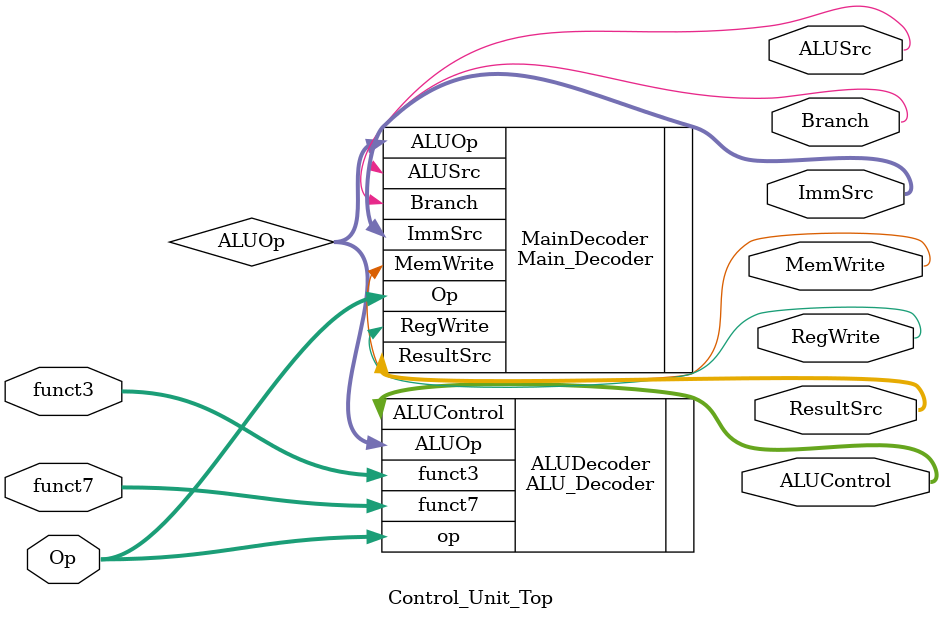
<source format=v>
`timescale 1ns / 1ps
module Control_Unit_Top (
    input [6:0] Op,           // Opcode: 7 bits
    input [6:0] funct7,       // funct7: 7 bits
    input [2:0] funct3,       // funct3: 3 bits
    output RegWrite,          // Register Write control signal
    output ALUSrc,            // ALU Source control signal
    output MemWrite,          // Memory Write control signal
    output [1:0] ImmSrc,      // Immediate Source control signal
    output [1:0] ResultSrc,   // Result Source control signal
    output Branch,            // Branch control signal
    output [2:0] ALUControl  // ALU Control signal
);

// Internal signal for ALUOp (2 bits)
wire [1:0] ALUOp;

// Instantiating the Main Decoder
Main_Decoder MainDecoder (
    .Op(Op), 
    .RegWrite(RegWrite), 
    .ImmSrc(ImmSrc), 
    .MemWrite(MemWrite), 
    .ResultSrc(ResultSrc), 
    .Branch(Branch), 
    .ALUSrc(ALUSrc), 
    .ALUOp(ALUOp)
);

// Instantiating the ALU Decoder
ALU_Decoder ALUDecoder (
    .ALUOp(ALUOp), 
    .funct3(funct3), 
    .funct7(funct7), 
    .op(Op), 
    .ALUControl(ALUControl)
);

endmodule
</source>
